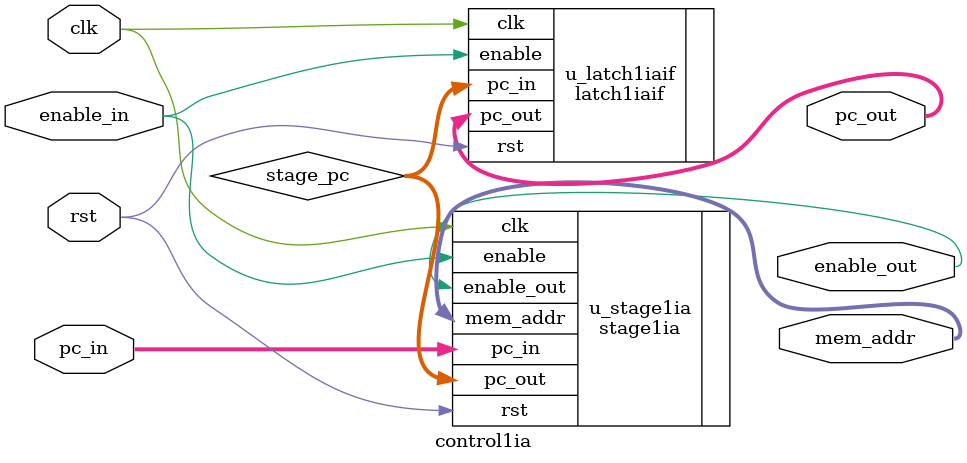
<source format=v>
module control1ia(
    input  wire        clk,
    input  wire        rst,
    input  wire        enable_in,
    output wire        enable_out,
    input  wire [11:0] pc_in,
    output wire [11:0] pc_out,
    // Address output to the instruction memory
    output wire [11:0] mem_addr
);
    // Output from the stage before being latched
    wire [11:0] stage_pc;

    // Instruction Address stage.  No complex logic yet; just
    // forwards the program counter value.
    stage1ia u_stage1ia(
        .clk(clk),
        .rst(rst),
        .enable(enable_in),
        .mem_addr(mem_addr),
        .pc_in(pc_in),
        .pc_out(stage_pc),
        .enable_out(enable_out)
    );

    // Latch between IA and IF stages
    latch1iaif u_latch1iaif(
        .clk(clk),
        .rst(rst),
        .enable(enable_in),
        .pc_in(stage_pc),
        .pc_out(pc_out)
    );
endmodule

</source>
